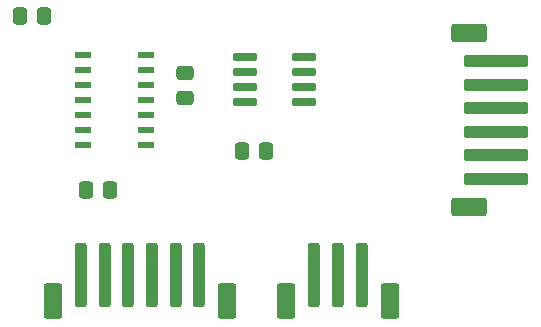
<source format=gtp>
G04 #@! TF.GenerationSoftware,KiCad,Pcbnew,8.0.6*
G04 #@! TF.CreationDate,2025-01-13T19:20:44-05:00*
G04 #@! TF.ProjectId,yy_CAN_board,79795f43-414e-45f6-926f-6172642e6b69,1.0*
G04 #@! TF.SameCoordinates,Original*
G04 #@! TF.FileFunction,Paste,Top*
G04 #@! TF.FilePolarity,Positive*
%FSLAX46Y46*%
G04 Gerber Fmt 4.6, Leading zero omitted, Abs format (unit mm)*
G04 Created by KiCad (PCBNEW 8.0.6) date 2025-01-13 19:20:44*
%MOMM*%
%LPD*%
G01*
G04 APERTURE LIST*
G04 Aperture macros list*
%AMRoundRect*
0 Rectangle with rounded corners*
0 $1 Rounding radius*
0 $2 $3 $4 $5 $6 $7 $8 $9 X,Y pos of 4 corners*
0 Add a 4 corners polygon primitive as box body*
4,1,4,$2,$3,$4,$5,$6,$7,$8,$9,$2,$3,0*
0 Add four circle primitives for the rounded corners*
1,1,$1+$1,$2,$3*
1,1,$1+$1,$4,$5*
1,1,$1+$1,$6,$7*
1,1,$1+$1,$8,$9*
0 Add four rect primitives between the rounded corners*
20,1,$1+$1,$2,$3,$4,$5,0*
20,1,$1+$1,$4,$5,$6,$7,0*
20,1,$1+$1,$6,$7,$8,$9,0*
20,1,$1+$1,$8,$9,$2,$3,0*%
G04 Aperture macros list end*
%ADD10RoundRect,0.250000X2.500000X-0.250000X2.500000X0.250000X-2.500000X0.250000X-2.500000X-0.250000X0*%
%ADD11RoundRect,0.250000X1.250000X-0.550000X1.250000X0.550000X-1.250000X0.550000X-1.250000X-0.550000X0*%
%ADD12RoundRect,0.250000X0.250000X2.500000X-0.250000X2.500000X-0.250000X-2.500000X0.250000X-2.500000X0*%
%ADD13RoundRect,0.250000X0.550000X1.250000X-0.550000X1.250000X-0.550000X-1.250000X0.550000X-1.250000X0*%
%ADD14RoundRect,0.250000X0.337500X0.475000X-0.337500X0.475000X-0.337500X-0.475000X0.337500X-0.475000X0*%
%ADD15RoundRect,0.042000X-0.943000X-0.258000X0.943000X-0.258000X0.943000X0.258000X-0.943000X0.258000X0*%
%ADD16RoundRect,0.250000X0.475000X-0.337500X0.475000X0.337500X-0.475000X0.337500X-0.475000X-0.337500X0*%
%ADD17RoundRect,0.250000X-0.337500X-0.475000X0.337500X-0.475000X0.337500X0.475000X-0.337500X0.475000X0*%
%ADD18R,1.397000X0.558800*%
G04 APERTURE END LIST*
D10*
X163629600Y-116285400D03*
X163629600Y-114285400D03*
X163629600Y-112285400D03*
X163629600Y-110285400D03*
X163629600Y-108285400D03*
X163629600Y-106285400D03*
D11*
X161379600Y-118685400D03*
X161379600Y-103885400D03*
D12*
X152250000Y-124400000D03*
X150250000Y-124400000D03*
X148250000Y-124400000D03*
D13*
X154650000Y-126650000D03*
X145850000Y-126650000D03*
D12*
X138500000Y-124400000D03*
X136500000Y-124400000D03*
X134500000Y-124400000D03*
X132500000Y-124400000D03*
X130500000Y-124400000D03*
X128500000Y-124400000D03*
D13*
X140900000Y-126650000D03*
X126100000Y-126650000D03*
D14*
X144197100Y-113935400D03*
X142122100Y-113935400D03*
D15*
X142404600Y-105960400D03*
X142404600Y-107230400D03*
X142404600Y-108500400D03*
X142404600Y-109770400D03*
X147344600Y-109770400D03*
X147344600Y-108500400D03*
X147344600Y-107230400D03*
X147344600Y-105960400D03*
D16*
X137310600Y-109418400D03*
X137310600Y-107343400D03*
D17*
X123319100Y-102517400D03*
X125394100Y-102517400D03*
D18*
X128674600Y-105819400D03*
X128674600Y-107089400D03*
X128674600Y-108359400D03*
X128674600Y-109629400D03*
X128674600Y-110899400D03*
X128674600Y-112169400D03*
X128674600Y-113439400D03*
X133983200Y-113439400D03*
X133983200Y-112169400D03*
X133983200Y-110899400D03*
X133983200Y-109629400D03*
X133983200Y-108359400D03*
X133983200Y-107089400D03*
X133983200Y-105819400D03*
D14*
X130982100Y-117249400D03*
X128907100Y-117249400D03*
M02*

</source>
